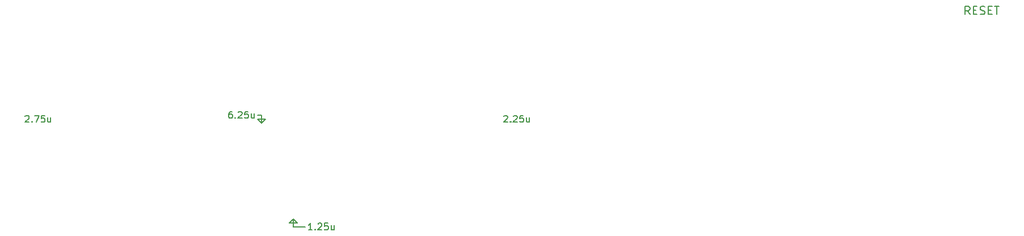
<source format=gbr>
%TF.GenerationSoftware,KiCad,Pcbnew,7.0.5*%
%TF.CreationDate,2023-07-04T16:16:05-04:00*%
%TF.ProjectId,FR4-hotswap-ISO-plate,4652342d-686f-4747-9377-61702d49534f,rev?*%
%TF.SameCoordinates,Original*%
%TF.FileFunction,Legend,Top*%
%TF.FilePolarity,Positive*%
%FSLAX46Y46*%
G04 Gerber Fmt 4.6, Leading zero omitted, Abs format (unit mm)*
G04 Created by KiCad (PCBNEW 7.0.5) date 2023-07-04 16:16:05*
%MOMM*%
%LPD*%
G01*
G04 APERTURE LIST*
%ADD10C,0.150000*%
%ADD11C,0.200000*%
G04 APERTURE END LIST*
D10*
X126206356Y-111918844D02*
X126801669Y-112514157D01*
X120848539Y-97036019D02*
X122039165Y-97036019D01*
X126206356Y-111918844D02*
X126206356Y-113109470D01*
X126801669Y-112514157D02*
X125611043Y-112514157D01*
X121443852Y-97631332D02*
X120848539Y-97036019D01*
X121443852Y-97631332D02*
X121443852Y-96440706D01*
X126206356Y-113109470D02*
X127992295Y-113109470D01*
X122039165Y-97036019D02*
X121443852Y-97631332D01*
X121443852Y-96440706D02*
X120848539Y-96440706D01*
X125611043Y-112514157D02*
X126206356Y-111918844D01*
X86177753Y-96586076D02*
X86225372Y-96538457D01*
X86225372Y-96538457D02*
X86320610Y-96490838D01*
X86320610Y-96490838D02*
X86558705Y-96490838D01*
X86558705Y-96490838D02*
X86653943Y-96538457D01*
X86653943Y-96538457D02*
X86701562Y-96586076D01*
X86701562Y-96586076D02*
X86749181Y-96681314D01*
X86749181Y-96681314D02*
X86749181Y-96776552D01*
X86749181Y-96776552D02*
X86701562Y-96919409D01*
X86701562Y-96919409D02*
X86130134Y-97490838D01*
X86130134Y-97490838D02*
X86749181Y-97490838D01*
X87177753Y-97395599D02*
X87225372Y-97443219D01*
X87225372Y-97443219D02*
X87177753Y-97490838D01*
X87177753Y-97490838D02*
X87130134Y-97443219D01*
X87130134Y-97443219D02*
X87177753Y-97395599D01*
X87177753Y-97395599D02*
X87177753Y-97490838D01*
X87558705Y-96490838D02*
X88225371Y-96490838D01*
X88225371Y-96490838D02*
X87796800Y-97490838D01*
X89082514Y-96490838D02*
X88606324Y-96490838D01*
X88606324Y-96490838D02*
X88558705Y-96967028D01*
X88558705Y-96967028D02*
X88606324Y-96919409D01*
X88606324Y-96919409D02*
X88701562Y-96871790D01*
X88701562Y-96871790D02*
X88939657Y-96871790D01*
X88939657Y-96871790D02*
X89034895Y-96919409D01*
X89034895Y-96919409D02*
X89082514Y-96967028D01*
X89082514Y-96967028D02*
X89130133Y-97062266D01*
X89130133Y-97062266D02*
X89130133Y-97300361D01*
X89130133Y-97300361D02*
X89082514Y-97395599D01*
X89082514Y-97395599D02*
X89034895Y-97443219D01*
X89034895Y-97443219D02*
X88939657Y-97490838D01*
X88939657Y-97490838D02*
X88701562Y-97490838D01*
X88701562Y-97490838D02*
X88606324Y-97443219D01*
X88606324Y-97443219D02*
X88558705Y-97395599D01*
X89987276Y-96824171D02*
X89987276Y-97490838D01*
X89558705Y-96824171D02*
X89558705Y-97347980D01*
X89558705Y-97347980D02*
X89606324Y-97443219D01*
X89606324Y-97443219D02*
X89701562Y-97490838D01*
X89701562Y-97490838D02*
X89844419Y-97490838D01*
X89844419Y-97490838D02*
X89939657Y-97443219D01*
X89939657Y-97443219D02*
X89987276Y-97395599D01*
X117014906Y-95895525D02*
X116824430Y-95895525D01*
X116824430Y-95895525D02*
X116729192Y-95943144D01*
X116729192Y-95943144D02*
X116681573Y-95990763D01*
X116681573Y-95990763D02*
X116586335Y-96133620D01*
X116586335Y-96133620D02*
X116538716Y-96324096D01*
X116538716Y-96324096D02*
X116538716Y-96705048D01*
X116538716Y-96705048D02*
X116586335Y-96800286D01*
X116586335Y-96800286D02*
X116633954Y-96847906D01*
X116633954Y-96847906D02*
X116729192Y-96895525D01*
X116729192Y-96895525D02*
X116919668Y-96895525D01*
X116919668Y-96895525D02*
X117014906Y-96847906D01*
X117014906Y-96847906D02*
X117062525Y-96800286D01*
X117062525Y-96800286D02*
X117110144Y-96705048D01*
X117110144Y-96705048D02*
X117110144Y-96466953D01*
X117110144Y-96466953D02*
X117062525Y-96371715D01*
X117062525Y-96371715D02*
X117014906Y-96324096D01*
X117014906Y-96324096D02*
X116919668Y-96276477D01*
X116919668Y-96276477D02*
X116729192Y-96276477D01*
X116729192Y-96276477D02*
X116633954Y-96324096D01*
X116633954Y-96324096D02*
X116586335Y-96371715D01*
X116586335Y-96371715D02*
X116538716Y-96466953D01*
X117538716Y-96800286D02*
X117586335Y-96847906D01*
X117586335Y-96847906D02*
X117538716Y-96895525D01*
X117538716Y-96895525D02*
X117491097Y-96847906D01*
X117491097Y-96847906D02*
X117538716Y-96800286D01*
X117538716Y-96800286D02*
X117538716Y-96895525D01*
X117967287Y-95990763D02*
X118014906Y-95943144D01*
X118014906Y-95943144D02*
X118110144Y-95895525D01*
X118110144Y-95895525D02*
X118348239Y-95895525D01*
X118348239Y-95895525D02*
X118443477Y-95943144D01*
X118443477Y-95943144D02*
X118491096Y-95990763D01*
X118491096Y-95990763D02*
X118538715Y-96086001D01*
X118538715Y-96086001D02*
X118538715Y-96181239D01*
X118538715Y-96181239D02*
X118491096Y-96324096D01*
X118491096Y-96324096D02*
X117919668Y-96895525D01*
X117919668Y-96895525D02*
X118538715Y-96895525D01*
X119443477Y-95895525D02*
X118967287Y-95895525D01*
X118967287Y-95895525D02*
X118919668Y-96371715D01*
X118919668Y-96371715D02*
X118967287Y-96324096D01*
X118967287Y-96324096D02*
X119062525Y-96276477D01*
X119062525Y-96276477D02*
X119300620Y-96276477D01*
X119300620Y-96276477D02*
X119395858Y-96324096D01*
X119395858Y-96324096D02*
X119443477Y-96371715D01*
X119443477Y-96371715D02*
X119491096Y-96466953D01*
X119491096Y-96466953D02*
X119491096Y-96705048D01*
X119491096Y-96705048D02*
X119443477Y-96800286D01*
X119443477Y-96800286D02*
X119395858Y-96847906D01*
X119395858Y-96847906D02*
X119300620Y-96895525D01*
X119300620Y-96895525D02*
X119062525Y-96895525D01*
X119062525Y-96895525D02*
X118967287Y-96847906D01*
X118967287Y-96847906D02*
X118919668Y-96800286D01*
X120348239Y-96228858D02*
X120348239Y-96895525D01*
X119919668Y-96228858D02*
X119919668Y-96752667D01*
X119919668Y-96752667D02*
X119967287Y-96847906D01*
X119967287Y-96847906D02*
X120062525Y-96895525D01*
X120062525Y-96895525D02*
X120205382Y-96895525D01*
X120205382Y-96895525D02*
X120300620Y-96847906D01*
X120300620Y-96847906D02*
X120348239Y-96800286D01*
X157615313Y-96586076D02*
X157662932Y-96538457D01*
X157662932Y-96538457D02*
X157758170Y-96490838D01*
X157758170Y-96490838D02*
X157996265Y-96490838D01*
X157996265Y-96490838D02*
X158091503Y-96538457D01*
X158091503Y-96538457D02*
X158139122Y-96586076D01*
X158139122Y-96586076D02*
X158186741Y-96681314D01*
X158186741Y-96681314D02*
X158186741Y-96776552D01*
X158186741Y-96776552D02*
X158139122Y-96919409D01*
X158139122Y-96919409D02*
X157567694Y-97490838D01*
X157567694Y-97490838D02*
X158186741Y-97490838D01*
X158615313Y-97395599D02*
X158662932Y-97443219D01*
X158662932Y-97443219D02*
X158615313Y-97490838D01*
X158615313Y-97490838D02*
X158567694Y-97443219D01*
X158567694Y-97443219D02*
X158615313Y-97395599D01*
X158615313Y-97395599D02*
X158615313Y-97490838D01*
X159043884Y-96586076D02*
X159091503Y-96538457D01*
X159091503Y-96538457D02*
X159186741Y-96490838D01*
X159186741Y-96490838D02*
X159424836Y-96490838D01*
X159424836Y-96490838D02*
X159520074Y-96538457D01*
X159520074Y-96538457D02*
X159567693Y-96586076D01*
X159567693Y-96586076D02*
X159615312Y-96681314D01*
X159615312Y-96681314D02*
X159615312Y-96776552D01*
X159615312Y-96776552D02*
X159567693Y-96919409D01*
X159567693Y-96919409D02*
X158996265Y-97490838D01*
X158996265Y-97490838D02*
X159615312Y-97490838D01*
X160520074Y-96490838D02*
X160043884Y-96490838D01*
X160043884Y-96490838D02*
X159996265Y-96967028D01*
X159996265Y-96967028D02*
X160043884Y-96919409D01*
X160043884Y-96919409D02*
X160139122Y-96871790D01*
X160139122Y-96871790D02*
X160377217Y-96871790D01*
X160377217Y-96871790D02*
X160472455Y-96919409D01*
X160472455Y-96919409D02*
X160520074Y-96967028D01*
X160520074Y-96967028D02*
X160567693Y-97062266D01*
X160567693Y-97062266D02*
X160567693Y-97300361D01*
X160567693Y-97300361D02*
X160520074Y-97395599D01*
X160520074Y-97395599D02*
X160472455Y-97443219D01*
X160472455Y-97443219D02*
X160377217Y-97490838D01*
X160377217Y-97490838D02*
X160139122Y-97490838D01*
X160139122Y-97490838D02*
X160043884Y-97443219D01*
X160043884Y-97443219D02*
X159996265Y-97395599D01*
X161424836Y-96824171D02*
X161424836Y-97490838D01*
X160996265Y-96824171D02*
X160996265Y-97347980D01*
X160996265Y-97347980D02*
X161043884Y-97443219D01*
X161043884Y-97443219D02*
X161139122Y-97490838D01*
X161139122Y-97490838D02*
X161281979Y-97490838D01*
X161281979Y-97490838D02*
X161377217Y-97443219D01*
X161377217Y-97443219D02*
X161424836Y-97395599D01*
D11*
X227157143Y-81404742D02*
X226757143Y-80833314D01*
X226471429Y-81404742D02*
X226471429Y-80204742D01*
X226471429Y-80204742D02*
X226928572Y-80204742D01*
X226928572Y-80204742D02*
X227042857Y-80261885D01*
X227042857Y-80261885D02*
X227100000Y-80319028D01*
X227100000Y-80319028D02*
X227157143Y-80433314D01*
X227157143Y-80433314D02*
X227157143Y-80604742D01*
X227157143Y-80604742D02*
X227100000Y-80719028D01*
X227100000Y-80719028D02*
X227042857Y-80776171D01*
X227042857Y-80776171D02*
X226928572Y-80833314D01*
X226928572Y-80833314D02*
X226471429Y-80833314D01*
X227671429Y-80776171D02*
X228071429Y-80776171D01*
X228242857Y-81404742D02*
X227671429Y-81404742D01*
X227671429Y-81404742D02*
X227671429Y-80204742D01*
X227671429Y-80204742D02*
X228242857Y-80204742D01*
X228700000Y-81347600D02*
X228871429Y-81404742D01*
X228871429Y-81404742D02*
X229157143Y-81404742D01*
X229157143Y-81404742D02*
X229271429Y-81347600D01*
X229271429Y-81347600D02*
X229328571Y-81290457D01*
X229328571Y-81290457D02*
X229385714Y-81176171D01*
X229385714Y-81176171D02*
X229385714Y-81061885D01*
X229385714Y-81061885D02*
X229328571Y-80947600D01*
X229328571Y-80947600D02*
X229271429Y-80890457D01*
X229271429Y-80890457D02*
X229157143Y-80833314D01*
X229157143Y-80833314D02*
X228928571Y-80776171D01*
X228928571Y-80776171D02*
X228814286Y-80719028D01*
X228814286Y-80719028D02*
X228757143Y-80661885D01*
X228757143Y-80661885D02*
X228700000Y-80547600D01*
X228700000Y-80547600D02*
X228700000Y-80433314D01*
X228700000Y-80433314D02*
X228757143Y-80319028D01*
X228757143Y-80319028D02*
X228814286Y-80261885D01*
X228814286Y-80261885D02*
X228928571Y-80204742D01*
X228928571Y-80204742D02*
X229214286Y-80204742D01*
X229214286Y-80204742D02*
X229385714Y-80261885D01*
X229900000Y-80776171D02*
X230300000Y-80776171D01*
X230471428Y-81404742D02*
X229900000Y-81404742D01*
X229900000Y-81404742D02*
X229900000Y-80204742D01*
X229900000Y-80204742D02*
X230471428Y-80204742D01*
X230814285Y-80204742D02*
X231500000Y-80204742D01*
X231157142Y-81404742D02*
X231157142Y-80204742D01*
D10*
X129016404Y-113564289D02*
X128444976Y-113564289D01*
X128730690Y-113564289D02*
X128730690Y-112564289D01*
X128730690Y-112564289D02*
X128635452Y-112707146D01*
X128635452Y-112707146D02*
X128540214Y-112802384D01*
X128540214Y-112802384D02*
X128444976Y-112850003D01*
X129444976Y-113469050D02*
X129492595Y-113516670D01*
X129492595Y-113516670D02*
X129444976Y-113564289D01*
X129444976Y-113564289D02*
X129397357Y-113516670D01*
X129397357Y-113516670D02*
X129444976Y-113469050D01*
X129444976Y-113469050D02*
X129444976Y-113564289D01*
X129873547Y-112659527D02*
X129921166Y-112611908D01*
X129921166Y-112611908D02*
X130016404Y-112564289D01*
X130016404Y-112564289D02*
X130254499Y-112564289D01*
X130254499Y-112564289D02*
X130349737Y-112611908D01*
X130349737Y-112611908D02*
X130397356Y-112659527D01*
X130397356Y-112659527D02*
X130444975Y-112754765D01*
X130444975Y-112754765D02*
X130444975Y-112850003D01*
X130444975Y-112850003D02*
X130397356Y-112992860D01*
X130397356Y-112992860D02*
X129825928Y-113564289D01*
X129825928Y-113564289D02*
X130444975Y-113564289D01*
X131349737Y-112564289D02*
X130873547Y-112564289D01*
X130873547Y-112564289D02*
X130825928Y-113040479D01*
X130825928Y-113040479D02*
X130873547Y-112992860D01*
X130873547Y-112992860D02*
X130968785Y-112945241D01*
X130968785Y-112945241D02*
X131206880Y-112945241D01*
X131206880Y-112945241D02*
X131302118Y-112992860D01*
X131302118Y-112992860D02*
X131349737Y-113040479D01*
X131349737Y-113040479D02*
X131397356Y-113135717D01*
X131397356Y-113135717D02*
X131397356Y-113373812D01*
X131397356Y-113373812D02*
X131349737Y-113469050D01*
X131349737Y-113469050D02*
X131302118Y-113516670D01*
X131302118Y-113516670D02*
X131206880Y-113564289D01*
X131206880Y-113564289D02*
X130968785Y-113564289D01*
X130968785Y-113564289D02*
X130873547Y-113516670D01*
X130873547Y-113516670D02*
X130825928Y-113469050D01*
X132254499Y-112897622D02*
X132254499Y-113564289D01*
X131825928Y-112897622D02*
X131825928Y-113421431D01*
X131825928Y-113421431D02*
X131873547Y-113516670D01*
X131873547Y-113516670D02*
X131968785Y-113564289D01*
X131968785Y-113564289D02*
X132111642Y-113564289D01*
X132111642Y-113564289D02*
X132206880Y-113516670D01*
X132206880Y-113516670D02*
X132254499Y-113469050D01*
M02*

</source>
